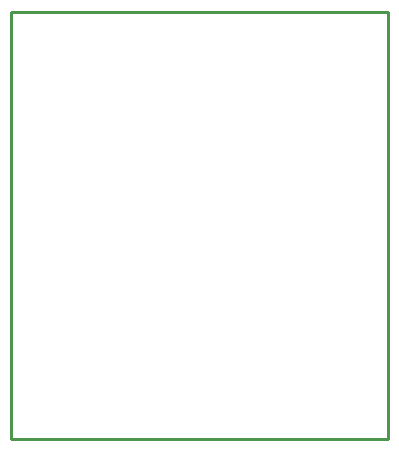
<source format=gbr>
G04 EAGLE Gerber RS-274X export*
G75*
%MOMM*%
%FSLAX34Y34*%
%LPD*%
%IN*%
%IPPOS*%
%AMOC8*
5,1,8,0,0,1.08239X$1,22.5*%
G01*
%ADD10C,0.254000*%


D10*
X2000Y0D02*
X321000Y0D01*
X321000Y361000D01*
X2000Y361000D01*
X2000Y0D01*
M02*

</source>
